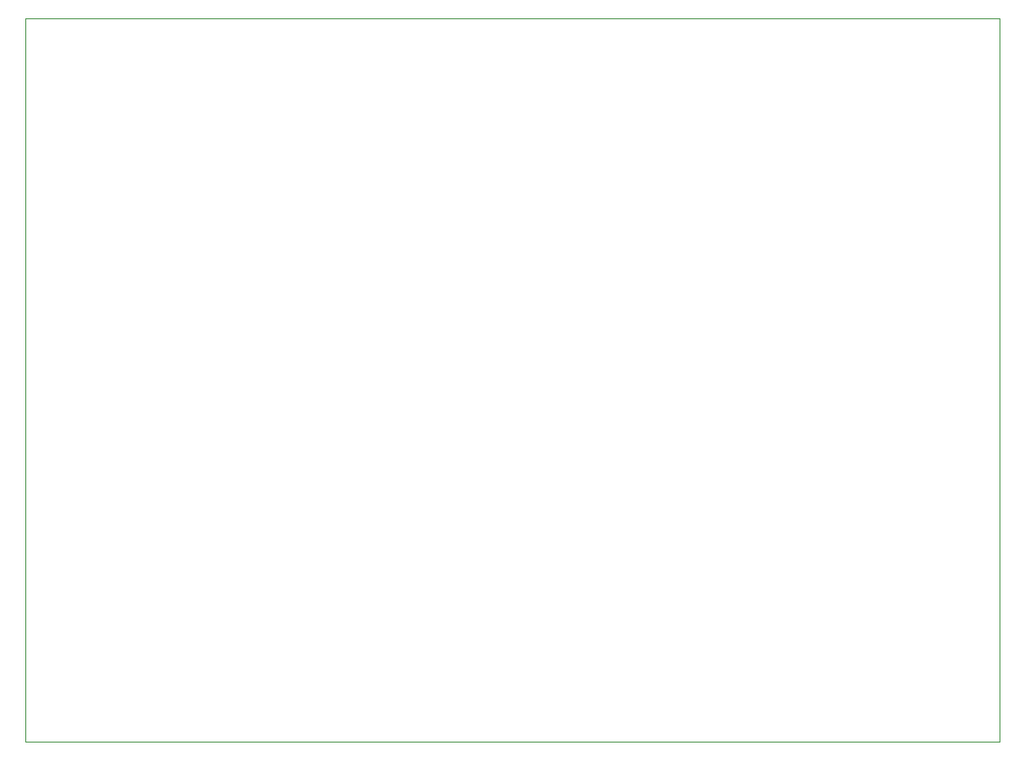
<source format=gbr>
%TF.GenerationSoftware,KiCad,Pcbnew,(6.0.8)*%
%TF.CreationDate,2022-12-06T23:52:27-08:00*%
%TF.ProjectId,motor_controller,6d6f746f-725f-4636-9f6e-74726f6c6c65,B1 (HULA) v0.2*%
%TF.SameCoordinates,Original*%
%TF.FileFunction,Profile,NP*%
%FSLAX46Y46*%
G04 Gerber Fmt 4.6, Leading zero omitted, Abs format (unit mm)*
G04 Created by KiCad (PCBNEW (6.0.8)) date 2022-12-06 23:52:27*
%MOMM*%
%LPD*%
G01*
G04 APERTURE LIST*
%TA.AperFunction,Profile*%
%ADD10C,0.100000*%
%TD*%
G04 APERTURE END LIST*
D10*
X76750000Y-52525000D02*
X171200000Y-52525000D01*
X171200000Y-52525000D02*
X171200000Y-122600000D01*
X171200000Y-122600000D02*
X76750000Y-122600000D01*
X76750000Y-122600000D02*
X76750000Y-52525000D01*
M02*

</source>
